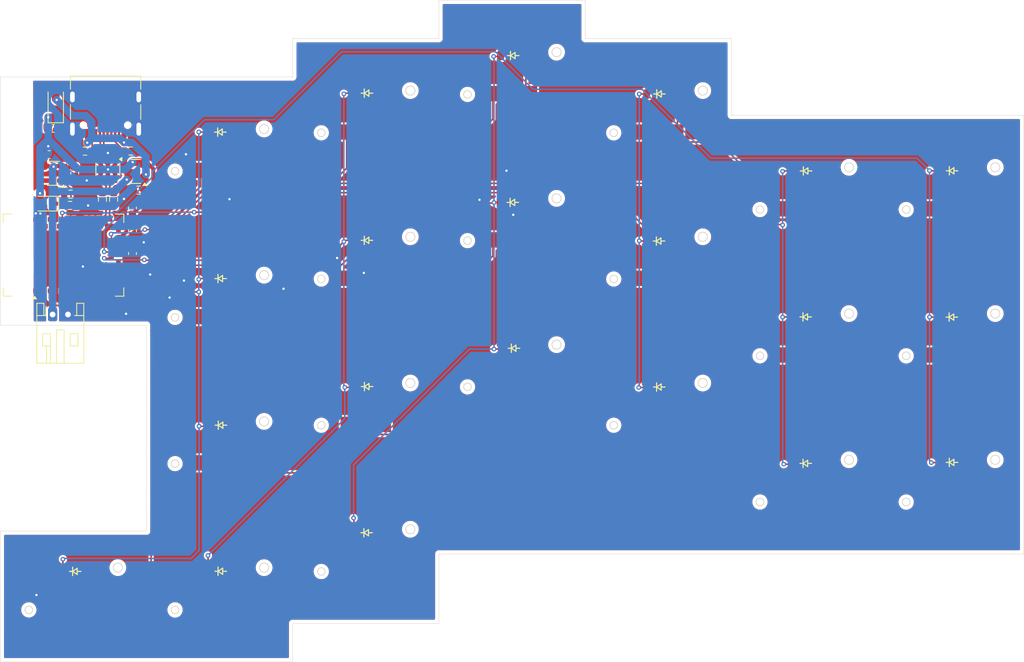
<source format=kicad_pcb>
(kicad_pcb (version 20241229) (generator "pcbnew") (generator_version "9.0")
  (layers (0 "F.Cu" signal) (2 "B.Cu" signal) (13 "F.Paste" user) (15 "B.Paste" user) (5 "F.SilkS" user "F.Silkscreen") (7 "B.SilkS" user "B.Silkscreen") (1 "F.Mask" user) (3 "B.Mask" user) (25 "Edge.Cuts" user))
  (net 0 "")
  (net 1 "VBAT")
  (net 2 "GND")
  (net 3 "Net-(U1-VDD)")
  (net 4 "+5V")
  (net 5 "Net-(D1-A)")
  (net 6 "COL0")
  (net 7 "COL1")
  (net 8 "Net-(D2-A)")
  (net 9 "COL2")
  (net 10 "Net-(D3-A)")
  (net 11 "Net-(D4-A)")
  (net 12 "COL3")
  (net 13 "Net-(D5-A)")
  (net 14 "COL4")
  (net 15 "COL5")
  (net 16 "Net-(D6-A)")
  (net 17 "Net-(D7-A)")
  (net 18 "Net-(D8-A)")
  (net 19 "Net-(D9-A)")
  (net 20 "Net-(D10-A)")
  (net 21 "Net-(D11-A)")
  (net 22 "Net-(D12-A)")
  (net 23 "Net-(D13-A)")
  (net 24 "Net-(D14-A)")
  (net 25 "Net-(D15-A)")
  (net 26 "Net-(D16-A)")
  (net 27 "Net-(D17-A)")
  (net 28 "Net-(D18-A)")
  (net 29 "Net-(D25-A)")
  (net 30 "Net-(D26-A)")
  (net 31 "Net-(D27-A)")
  (net 32 "VUSB")
  (net 33 "Net-(D29-K)")
  (net 35 "USBDN")
  (net 36 "Net-(J1-CC2)")
  (net 37 "Net-(J1-CC1)")
  (net 38 "USBDP")
  (net 40 "FN")
  (net 41 "FP")
  (net 42 "Net-(U2-PROG)")
  (net 43 "Net-(U2-STAT)")
  (net 48 "ROW0")
  (net 65 "ROW2")
  (net 71 "ROW1")
  (net 73 "ROW4")
  (footprint "Resistor_SMD:R_0603_1608Metric" (layer "F.Cu") (at 136.36 77.7)
    (property "Reference" "R11" (hide yes))
    (property "Value" "2k" (hide yes))
  )
  (footprint "PG1316S:CPG1316S01D02_kailhspecsheet_mikefive" (layer "F.Cu") (at 174.83 66.95)
    (property "Reference" "SW5" (hide yes))
    (property "Value" "SW_Push_3pin_GND" (hide yes))
    (fp_circle (center -5.8 2.75) (end -5.3 2.75) (stroke (width 0.1)) (fill no) (layer "Edge.Cuts"))
    (fp_circle (center 5.8 -2.75) (end 6.4 -2.75) (stroke (width 0.1)) (fill no) (layer "Edge.Cuts"))
  )
  (footprint "ScottoKeebs_Components:Diode_SOD-123" (layer "F.Cu") (at 175 102.76)
    (property "Reference" "D17" (hide yes))
    (property "Value" "D")
  )
  (footprint "LED_SMD:LED_0805_2012Metric" (layer "F.Cu") (at 133.13 78.93 180)
    (property "Reference" "D29" (hide yes))
    (property "Value" "Orange" (hide yes))
  )
  (footprint "Package_TO_SOT_SMD:SOT-23" (layer "F.Cu") (at 144.86 74.7325 180)
    (property "Reference" "Q1" (hide yes))
    (property "Value" "AO3401A" (hide yes))
  )
  (footprint "PG1316S:CPG1316S01D02_kailhspecsheet_mikefive" (layer "F.Cu") (at 155.78 91)
    (property "Reference" "SW12" (hide yes))
    (property "Value" "SW_Push_3pin_GND" (hide yes))
    (fp_circle (center -5.8 2.75) (end -5.3 2.75) (stroke (width 0.1)) (fill no) (layer "Edge.Cuts"))
    (fp_circle (center 5.8 -2.75) (end 6.4 -2.75) (stroke (width 0.1)) (fill no) (layer "Edge.Cuts"))
  )
  (footprint "Connector_USB:USB_C_Receptacle_G-Switch_GT-USB-7010ASV" (layer "F.Cu") (at 140.93 66.1 180)
    (property "Reference" "J1" (hide yes))
    (property "Value" "USB_C_Receptacle_USB2.0_16P" (hide yes))
  )
  (footprint "PG1316S:CPG1316S01D02_kailhspecsheet_mikefive" (layer "F.Cu") (at 231.98 96)
    (property "Reference" "SW8" (hide yes))
    (property "Value" "SW_Push_3pin_GND" (hide yes))
    (fp_circle (center -5.8 2.75) (end -5.3 2.75) (stroke (width 0.1)) (fill no) (layer "Edge.Cuts"))
    (fp_circle (center 5.8 -2.75) (end 6.4 -2.75) (stroke (width 0.1)) (fill no) (layer "Edge.Cuts"))
  )
  (footprint "ScottoKeebs_Components:Diode_SOD-123" (layer "F.Cu") (at 194.03 59.64)
    (property "Reference" "D4" (hide yes))
    (property "Value" "D")
  )
  (footprint "PG1316S:CPG1316S01D02_kailhspecsheet_mikefive" (layer "F.Cu") (at 212.93 105.05)
    (property "Reference" "SW15" (hide yes))
    (property "Value" "SW_Push_3pin_GND" (hide yes))
    (fp_circle (center -5.8 2.75) (end -5.3 2.75) (stroke (width 0.1)) (fill no) (layer "Edge.Cuts"))
    (fp_circle (center 5.8 -2.75) (end 6.4 -2.75) (stroke (width 0.1)) (fill no) (layer "Edge.Cuts"))
  )
  (footprint "ScottoKeebs_Components:Diode_SOD-123" (layer "F.Cu") (at 174.98 83.71)
    (property "Reference" "D11" (hide yes))
    (property "Value" "D")
  )
  (footprint "Resistor_SMD:R_0603_1608Metric" (layer "F.Cu") (at 145.25 77.17 180)
    (property "Reference" "R7" (hide yes))
    (property "Value" "10k" (hide yes))
  )
  (footprint "ScottoKeebs_Components:Diode_SOD-123" (layer "F.Cu") (at 174.98 64.54)
    (property "Reference" "D5" (hide yes))
    (property "Value" "D")
  )
  (footprint "PG1316S:CPG1316S01D02_kailhspecsheet_mikefive" (layer "F.Cu") (at 193.88 61.95)
    (property "Reference" "SW4" (hide yes))
    (property "Value" "SW_Push_3pin_GND" (hide yes))
    (fp_circle (center -5.8 2.75) (end -5.3 2.75) (stroke (width 0.1)) (fill no) (layer "Edge.Cuts"))
    (fp_circle (center 5.8 -2.75) (end 6.4 -2.75) (stroke (width 0.1)) (fill no) (layer "Edge.Cuts"))
  )
  (footprint "ScottoKeebs_Components:Diode_SOD-123" (layer "F.Cu") (at 194.14 97.77)
    (property "Reference" "D16" (hide yes))
    (property "Value" "D")
  )
  (footprint "ScottoKeebs_Components:Diode_SOD-123" (layer "F.Cu") (at 251.2 74.65)
    (property "Reference" "D1" (hide yes))
    (property "Value" "D")
  )
  (footprint "Package_TO_SOT_SMD:SOT-23-6" (layer "F.Cu") (at 141.2225 74.44 -90)
    (property "Reference" "U4" (hide yes))
    (property "Value" "USBLC6-2SC6" (hide yes))
  )
  (footprint "ScottoKeebs_Components:Diode_SOD-123" (layer "F.Cu") (at 155.93 126.82)
    (property "Reference" "D26" (hide yes))
    (property "Value" "D")
  )
  (footprint "PG1316S:CPG1316S01D02_kailhspecsheet_mikefive" (layer "F.Cu") (at 155.78 110.05)
    (property "Reference" "SW18" (hide yes))
    (property "Value" "SW_Push_3pin_GND" (hide yes))
    (fp_circle (center -5.8 2.75) (end -5.3 2.75) (stroke (width 0.1)) (fill no) (layer "Edge.Cuts"))
    (fp_circle (center 5.8 -2.75) (end 6.4 -2.75) (stroke (width 0.1)) (fill no) (layer "Edge.Cuts"))
  )
  (footprint "ScottoKeebs_Components:Diode_SOD-123" (layer "F.Cu") (at 155.96 107.79)
    (property "Reference" "D18" (hide yes))
    (property "Value" "D")
  )
  (footprint "Resistor_SMD:R_0603_1608Metric" (layer "F.Cu") (at 136.3 79.16 180)
    (property "Reference" "R12" (hide yes))
    (property "Value" "0.47k" (hide yes))
  )
  (footprint "Connector_JST:JST_PH_S2B-PH-K_1x02_P2.00mm_Horizontal" (layer "F.Cu") (at 134.03 93.37)
    (property "Reference" "BT1" (hide yes))
    (property "Value" "Battery")
  )
  (footprint "Resistor_SMD:R_0603_1608Metric" (layer "F.Cu") (at 138.25 72.09)
    (property "Reference" "R4" (hide yes))
    (property "Value" "5k1" (hide yes))
  )
  (footprint "PG1316S:CPG1316S01D02_kailhspecsheet_mikefive" (layer "F.Cu") (at 212.93 66.95)
    (property "Reference" "SW3" (hide yes))
    (property "Value" "SW_Push_3pin_GND" (hide yes))
    (fp_circle (center -5.8 2.75) (end -5.3 2.75) (stroke (width 0.1)) (fill no) (layer "Edge.Cuts"))
    (fp_circle (center 5.8 -2.75) (end 6.4 -2.75) (stroke (width 0.1)) (fill no) (layer "Edge.Cuts"))
  )
  (footprint "Package_TO_SOT_SMD:SOT-23-5" (layer "F.Cu") (at 134.1325 74.98 180)
    (property "Reference" "U2" (hide yes))
    (property "Value" "MCP73831-2-OT" (hide yes))
  )
  (footprint "Resistor_SMD:R_0603_1608Metric" (layer "F.Cu") (at 140.52 78.395 -90)
    (property "Reference" "R2" (hide yes))
    (property "Value" "27" (hide yes))
  )
  (footprint "RF_Module:Raytac_MDBT50Q" (layer "F.Cu") (at 135.45 85.6375 90)
    (property "Reference" "U1" (hide yes))
    (property "Value" "MDBT50Q-1MV2" (hide yes))
  )
  (footprint "ScottoKeebs_Components:Diode_SOD-123" (layer "F.Cu") (at 213.08 64.64)
    (property "Reference" "D3" (hide yes))
    (property "Value" "D")
  )
  (footprint "PG1316S:CPG1316S01D02_kailhspecsheet_mikefive" (layer "F.Cu") (at 155.78 129.1)
    (property "Reference" "SW26" (hide yes))
    (property "Value" "SW_Push_3pin_GND" (hide yes))
    (fp_circle (center -5.8 2.75) (end -5.3 2.75) (stroke (width 0.1)) (fill no) (layer "Edge.Cuts"))
    (fp_circle (center 5.8 -2.75) (end 6.4 -2.75) (stroke (width 0.1)) (fill no) (layer "Edge.Cuts"))
  )
  (footprint "ScottoKeebs_Components:Diode_SOD-123" (layer "F.Cu") (at 155.92 88.69)
    (property "Reference" "D12" (hide yes))
    (property "Value" "D")
  )
  (footprint "Capacitor_SMD:C_0603_1608Metric" (layer "F.Cu") (at 144.44 82.46 -90)
    (property "Reference" "C4" (hide yes))
    (property "Value" "10uF" (hide yes))
  )
  (footprint "ScottoKeebs_Components:Diode_SOD-123" (layer "F.Cu") (at 232.14 112.77)
    (property "Reference" "D14" (hide yes))
    (property "Value" "D")
  )
  (footprint "PG1316S:CPG1316S01D02_kailhspecsheet_mikefive" (layer "F.Cu") (at 174.83 86)
    (property "Reference" "SW11" (hide yes))
    (property "Value" "SW_Push_3pin_GND" (hide yes))
    (fp_circle (center -5.8 2.75) (end -5.3 2.75) (stroke (width 0.1)) (fill no) (layer "Edge.Cuts"))
    (fp_circle (center 5.8 -2.75) (end 6.4 -2.75) (stroke (width 0.1)) (fill no) (layer "Edge.Cuts"))
  )
  (footprint "Capacitor_SMD:C_0603_1608Metric" (layer "F.Cu") (at 133.59 72.54)
    (property "Reference" "C22" (hide yes))
    (property "Value" "4.7uF" (hide yes))
  )
  (footprint "PG1316S:CPG1316S01D02_kailhspecsheet_mikefive" (layer "F.Cu") (at 251.03 115.05)
    (property "Reference" "SW13" (hide yes))
    (property "Value" "SW_Push_3pin_GND" (hide yes))
    (fp_circle (center -5.8 2.75) (end -5.3 2.75) (stroke (width 0.1)) (fill no) (layer "Edge.Cuts"))
    (fp_circle (center 5.8 -2.75) (end 6.4 -2.75) (stroke (width 0.1)) (fill no) (layer "Edge.Cuts"))
  )
  (footprint "PG1316S:CPG1316S01D02_kailhspecsheet_mikefive" (layer "F.Cu") (at 155.78 71.95)
    (property "Reference" "SW6" (hide yes))
    (property "Value" "SW_Push_3pin_GND" (hide yes))
    (fp_circle (center -5.8 2.75) (end -5.3 2.75) (stroke (width 0.1)) (fill no) (layer "Edge.Cuts"))
    (fp_circle (center 5.8 -2.75) (end 6.4 -2.75) (stroke (width 0.1)) (fill no) (layer "Edge.Cuts"))
  )
  (footprint "PG1316S:CPG1316S01D02_kailhspecsheet_mikefive" (layer "F.Cu") (at 251.03 96)
    (property "Reference" "SW7" (hide yes))
    (property "Value" "SW_Push_3pin_GND" (hide yes))
    (fp_circle (center -5.8 2.75) (end -5.3 2.75) (stroke (width 0.1)) (fill no) (layer "Edge.Cuts"))
    (fp_circle (center 5.8 -2.75) (end 6.4 -2.75) (stroke (width 0.1)) (fill no) (layer "Edge.Cuts"))
  )
  (footprint "PG1316S:CPG1316S01D02_kailhspecsheet_mikefive" (layer "F.Cu") (at 193.88 81)
    (property "Reference" "SW10" (hide yes))
    (property "Value" "SW_Push_3pin_GND" (hide yes))
    (fp_circle (center -5.8 2.75) (end -5.3 2.75) (stroke (width 0.1)) (fill no) (layer "Edge.Cuts"))
    (fp_circle (center 5.8 -2.75) (end 6.4 -2.75) (stroke (width 0.1)) (fill no) (layer "Edge.Cuts"))
  )
  (footprint "ScottoKeebs_Components:Diode_SOD-123" (layer "F.Cu") (at 251.17 93.71)
    (property "Reference" "D7" (hide yes))
    (property "Value" "D")
  )
  (footprint "ScottoKeebs_Components:Diode_SOD-123" (layer "F.Cu") (at 193.98 78.77)
    (property "Reference" "D10" (hide yes))
    (property "Value" "D")
  )
  (footprint "PG1316S:CPG1316S01D02_kailhspecsheet_mikefive" (layer "F.Cu") (at 251.03 76.95)
    (property "Reference" "SW1" (hide yes))
    (property "Value" "SW_Push_3pin_GND" (hide yes))
    (fp_circle (center -5.8 2.75) (end -5.3 2.75) (stroke (width 0.1)) (fill no) (layer "Edge.Cuts"))
    (fp_circle (center 5.8 -2.75) (end 6.4 -2.75) (stroke (width 0.1)) (fill no) (layer "Edge.Cuts"))
  )
  (footprint "Capacitor_SMD:C_0603_1608Metric" (layer "F.Cu") (at 134.11 69.12)
    (property "Reference" "C11" (hide yes))
    (property "Value" "10uF" (hide yes))
  )
  (footprint "PG1316S:CPG1316S01D02_kailhspecsheet_mikefive" (layer "F.Cu") (at 174.83 105.05)
    (property "Reference" "SW17" (hide yes))
    (property "Value" "SW_Push_3pin_GND" (hide yes))
    (fp_circle (center -5.8 2.75) (end -5.3 2.75) (stroke (width 0.1)) (fill no) (layer "Edge.Cuts"))
    (fp_circle (center 5.8 -2.75) (end 6.4 -2.75) (stroke (width 0.1)) (fill no) (layer "Edge.Cuts"))
  )
  (footprint "Capacitor_SMD:C_0603_1608Metric" (layer "F.Cu") (at 144.43 85.43 -90)
    (property "Reference" "C2" (hide yes))
    (property "Value" "10uF" (hide yes))
  )
  (footprint "Diode_SMD:D_SOD-123" (layer "F.Cu") (at 134.44 66.03 90)
    (property "Reference" "D28" (hide yes))
    (property "Value" "MBR0540" (hide yes))
  )
  (footprint "ScottoKeebs_Components:Diode_SOD-123" (layer "F.Cu") (at 251.19 112.64)
    (property "Reference" "D13" (hide yes))
    (property "Value" "D")
  )
  (footprint "Capacitor_SMD:C_0603_1608Metric" (layer "F.Cu") (at 144.43 79.5 90)
    (property "Reference" "C3" (hide yes))
    (property "Value" "10uF" (hide yes))
  )
  (footprint "ScottoKeebs_Components:Diode_SOD-123" (layer "F.Cu") (at 232.18 74.67)
    (property "Reference" "D2" (hide yes))
    (property "Value" "D")
  )
  (footprint "ScottoKeebs_Components:Diode_SOD-123" (layer "F.Cu") (at 213.03 83.8)
    (property "Reference" "D9" (hide yes))
    (property "Value" "D")
  )
  (footprint "PG1316S:CPG1316S01D02_kailhspecsheet_mikefive" (layer "F.Cu") (at 231.98 115.05)
    (property "Reference" "SW14" (hide yes))
    (property "Value" "SW_Push_3pin_GND" (hide yes))
    (fp_circle (center -5.8 2.75) (end -5.3 2.75) (stroke (width 0.1)) (fill no) (layer "Edge.Cuts"))
    (fp_circle (center 5.8 -2.75) (end 6.4 -2.75) (stroke (width 0.1)) (fill no) (layer "Edge.Cuts"))
  )
  (footprint "ScottoKeebs_Components:Diode_SOD-123" (layer "F.Cu") (at 174.93 121.8)
    (property "Reference" "D25" (hide yes))
    (property "Value" "D")
  )
  (footprint "PG1316S:CPG1316S01D02_kailhspecsheet_mikefive" (layer "F.Cu") (at 212.93 86)
    (property "Reference" "SW9" (hide yes))
    (property "Value" "SW_Push_3pin_GND" (hide yes))
    (fp_circle (center -5.8 2.75) (end -5.3 2.75) (stroke (width 0.1)) (fill no) (layer "Edge.Cuts"))
    (fp_circle (center 5.8 -2.75) (end 6.4 -2.75) (stroke (width 0.1)) (fill no) (layer "Edge.Cuts"))
  )
  (footprint "PG1316S:CPG1316S01D02_kailhspecsheet_mikefive" (layer "F.Cu") (at 193.88 100.05)
    (property "Reference" "SW16" (hide yes))
    (property "Value" "SW_Push_3pin_GND" (hide yes))
    (fp_circle (center -5.8 2.75) (end -5.3 2.75) (stroke (width 0.1)) (fill no) (layer "Edge.Cuts"))
    (fp_circle (center 5.8 -2.75) (end 6.4 -2.75) (stroke (width 0.1)) (fill no) (layer "Edge.Cuts"))
  )
  (footprint "Resistor_SMD:R_0603_1608Metric" (layer "F.Cu") (at 144.2 72.07 180)
    (property "Reference" "R3" (hide yes))
    (property "Value" "5k1" (hide yes))
  )
  (footprint "PG1316S:CPG1316S01D02_kailhspecsheet_mikefive" (layer "F.Cu") (at 174.83 124.1)
    (property "Reference" "SW25" (hide yes))
    (property "Value" "SW_Push_3pin_GND" (hide yes))
    (fp_circle (center -5.8 2.75) (end -5.3 2.75) (stroke (width 0.1)) (fill no) (layer "Edge.Cuts"))
    (fp_circle (center 5.8 -2.75) (end 6.4 -2.75) (stroke (width 0.1)) (fill no) (layer "Edge.Cuts"))
  )
  (footprint "ScottoKeebs_Components:Diode_SOD-123" (layer "F.Cu") (at 213.06 102.82)
    (property "Reference" "D15" (hide yes))
    (property "Value" "D")
  )
  (footprint "PG1316S:CPG1316S01D02_kailhspecsheet_mikefive" (layer "F.Cu") (at 136.73 129.1)
    (property "Reference" "SW27" (hide yes))
    (property "Value" "SW_Push_3pin_GND" (hide yes))
    (fp_circle (center -5.8 2.75) (end -5.3 2.75) (stroke (width 0.1)) (fill no) (layer "Edge.Cuts"))
    (fp_circle (center 5.8 -2.75) (end 6.4 -2.75) (stroke (width 0.1)) (fill no) (layer "Edge.Cuts"))
  )
  (footprint "PG1316S:CPG1316S01D02_kailhspecsheet_mikefive" (layer "F.Cu") (at 231.98 76.95)
    (property "Reference" "SW2" (hide yes))
    (property "Value" "SW_Push_3pin_GND" (hide yes))
    (fp_circle (center -5.8 2.75) (end -5.3 2.75) (stroke (width 0.1)) (fill no) (layer "Edge.Cuts"))
    (fp_circle (center 5.8 -2.75) (end 6.4 -2.75) (stroke (width 0.1)) (fill no) (layer "Edge.Cuts"))
  )
  (footprint "Capacitor_SMD:C_0603_1608Metric" (layer "F.Cu") (at 136.91 74.96 -90)
    (property "Reference" "C1" (hide yes))
    (property "Value" "4.7uF" (hide yes))
  )
  (footprint "ScottoKeebs_Components:Diode_SOD-123" (layer "F.Cu") (at 232.13 93.69)
    (property "Reference" "D8" (hide yes))
    (property "Value" "D")
  )
  (footprint "ScottoKeebs_Components:Diode_SOD-123" (layer "F.Cu") (at 136.98 126.84)
    (property "Reference" "D27" (hide yes))
    (property "Value" "D")
  )
  (footprint "Resistor_SMD:R_0603_1608Metric" (layer "F.Cu") (at 141.98 78.39 -90)
    (property "Reference" "R1" (hide yes))
    (property "Value" "27" (hide yes))
  )
  (footprint "ScottoKeebs_Components:Diode_SOD-123" (layer "F.Cu") (at 155.88 69.61)
    (property "Reference" "D6" (hide yes))
    (property "Value" "D")
  )
  (gr_line (start 127.205 138.625) (end 165.305 138.625) (stroke (width 0.05)) (layer "Edge.Cuts"))
  (gr_line (start 260.555 124.575) (end 260.555 67.425) (stroke (width 0.05)) (layer "Edge.Cuts"))
  (gr_line (start 165.305 133.625) (end 184.355 133.625) (stroke (width 0.05)) (layer "Edge.Cuts"))
  (gr_line (start 184.355 52.425) (end 184.355 57.425) (stroke (width 0.05)) (layer "Edge.Cuts"))
  (gr_line (start 184.355 124.575) (end 184.355 133.625) (stroke (width 0.05)) (layer "Edge.Cuts"))
  (gr_line (start 165.305 57.425) (end 165.305 62.425) (stroke (width 0.05)) (layer "Edge.Cuts"))
  (gr_line (start 146.255 94.7625) (end 146.26 121.58) (stroke (width 0.05)) (layer "Edge.Cuts"))
  (gr_line (start 127.205 94.7625) (end 146.255 94.7625) (stroke (width 0.05)) (layer "Edge.Cuts"))
  (gr_line (start 260.555 67.425) (end 222.455 67.425) (stroke (width 0.05)) (layer "Edge.Cuts"))
  (gr_line (start 165.305 62.425) (end 127.205 62.425) (stroke (width 0.05)) (layer "Edge.Cuts"))
  (gr_line (start 222.455 57.425) (end 203.405 57.425) (stroke (width 0.05)) (layer "Edge.Cuts"))
  (gr_line (start 127.205 138.625) (end 127.21 121.58) (stroke (width 0.05)) (layer "Edge.Cuts"))
  (gr_line (start 203.405 57.425) (end 203.405 52.425) (stroke (width 0.05)) (layer "Edge.Cuts"))
  (gr_line (start 222.455 67.425) (end 222.455 57.425) (stroke (width 0.05)) (layer "Edge.Cuts"))
  (gr_line (start 203.405 52.425) (end 184.355 52.425) (stroke (width 0.05)) (layer "Edge.Cuts"))
  (gr_line (start 165.305 138.625) (end 165.305 133.625) (stroke (width 0.05)) (layer "Edge.Cuts"))
  (gr_line (start 184.355 57.425) (end 165.305 57.425) (stroke (width 0.05)) (layer "Edge.Cuts"))
  (gr_line (start 127.205 62.425) (end 127.205 94.7625) (stroke (width 0.05)) (layer "Edge.Cuts"))
  (gr_line (start 127.21 121.58) (end 146.26 121.58) (stroke (width 0.05)) (layer "Edge.Cuts"))
  (gr_line (start 260.555 124.575) (end 184.355 124.575) (stroke (width 0.05)) (layer "Edge.Cuts"))
  (segment (start 135.27 74.03) (end 134.242473 74.03) (width 0.5) (layer "F.Cu") (net 1))
  (segment (start 143.8825 74.74) (end 143.8825 75.5975) (width 1) (layer "F.Cu") (net 1))
  (segment (start 136.91 74.185) (end 135.425 74.185) (width 0.5) (layer "F.Cu") (net 1))
  (segment (start 135.425 74.185) (end 135.27 74.03) (width 0.5) (layer "F.Cu") (net 1))
  (segment (start 134.242473 74.03) (end 134.1575 74.114973) (width 0.5) (layer "F.Cu") (net 1))
  (segment (start 143.8825 75.5975) (end 143.68 75.8) (width 1) (layer "F.Cu") (net 1))
  (via (at 134.1575 74.114973) (size 0.6) (drill 0.3) (layers "F.Cu" "B.Cu") (net 1))
  (via (at 143.68 75.8) (size 0.6) (drill 0.3) (layers "F.Cu" "B.Cu") (net 1))
  (segment (start 143.68 75.8) (end 142.15 77.33) (width 1) (layer "B.Cu") (net 1))
  (segment (start 134.03 74.242473) (end 134.1575 74.114973) (width 1) (layer "B.Cu") (net 1))
  (segment (start 142.15 77.33) (end 134.03 77.33) (width 1) (layer "B.Cu") (net 1))
  (segment (start 134.03 93.37) (end 134.03 77.33) (width 1) (layer "B.Cu") (net 1))
  (segment (start 134.03 77.33) (end 134.03 74.242473) (width 1) (layer "B.Cu") (net 1))
  (segment (start 141.2225 72.3375) (end 141.23 72.33) (width 0.5) (layer "F.Cu") (net 2))
  (segment (start 141.2225 73.3025) (end 141.2225 72.3375) (width 0.5) (layer "F.Cu") (net 2))
  (segment (start 136.155 74.98) (end 136.91 75.735) (width 0.5) (layer "F.Cu") (net 2))
  (segment (start 135.27 74.98) (end 136.155 74.98) (width 0.5) (layer "F.Cu") (net 2))
  (via (at 171.09 86.01) (size 0.6) (drill 0.3) (layers "F.Cu" "B.Cu") (net 2))
  (via (at 138.47 75.91) (size 0.6) (drill 0.3) (layers "F.Cu" "B.Cu") (net 2))
  (via (at 164.11 90.02) (size 0.6) (drill 0.3) (layers "F.Cu" "B.Cu") (net 2))
  (via (at 194.04 80.38) (size 0.6) (drill 0.3) (layers "F.Cu" "B.Cu") (net 2))
  (via (at 193.16 74.64) (size 0.6) (drill 0.3) (layers "F.Cu" "B.Cu") (net 2))
  (via (at 132.44 80.21) (size 0.6) (drill 0.3) (layers "F.Cu" "B.Cu") (net 2))
  (via (at 143.32 78.31) (size 0.6) (drill 0.3) (layers "F.Cu" "B.Cu") (net 2))
  (via (at 189.64 78.43) (size 0.6) (drill 0.3) (layers "F.Cu" "B.Cu") (net 2))
  (via (at 157.07 78.35) (size 0.6) (drill 0.3) (layers "F.Cu" "B.Cu") (net 2))
  (via (at 131.84 80.2) (size 0.6) (drill 0.3) (layers "F.Cu" "B.Cu") (net 2))
  (via (at 146.74 88.16) (size 0.6) (drill 0.3) (layers "F.Cu" "B.Cu") (net 2))
  (via (at 145.9 83.97) (size 0.6) (drill 0.3) (layers "F.Cu" "B.Cu") (net 2))
  (via (at 174.57 87.95) (size 0.6) (drill 0.3) (layers "F.Cu" "B.Cu") (net 2))
  (via (at 149.27 91.17) (size 0.6) (drill 0.3) (layers "F.Cu" "B.Cu") (net 2))
  (via (at 137.97 87.12) (size 0.6) (drill 0.3) (layers "F.Cu" "B.Cu") (net 2))
  (via (at 141.23 72.33) (size 0.6) (drill 0.3) (layers "F.Cu" "B.Cu") (net 2))
  (via (at 151.4 72.5) (size 0.6) (drill 0.3) (layers "F.Cu" "B.Cu") (net 2))
  (via (at 151.14 88.95) (size 0.6) (drill 0.3) (layers "F.Cu" "B.Cu") (net 2))
  (via (at 138.65 79.17) (size 0.6) (drill 0.3) (layers "F.Cu" "B.Cu") (net 2))
  (via (at 143.6 93.28) (size 0.6) (drill 0.3) (layers "F.Cu" "B.Cu") (net 2))
  (via (at 131.92 129.91) (size 0.6) (drill 0.3) (layers "F.Cu" "B.Cu") (net 2))
  (segment (start 143.8125 84.0375) (end 144.43 84.655) (width 0.5) (layer "F.Cu") (net 3))
  (segment (start 142.6 84.0375) (end 143.8125 84.0375) (width 0.5) (layer "F.Cu") (net 3))
  (segment (start 141.2225 74.4875) (end 141.24 74.47) (width 0.5) (layer "F.Cu") (net 4))
  (segment (start 146.534999 73.7825) (end 145.7975 73.7825) (width 0.5) (layer "F.Cu") (net 4))
  (segment (start 144.46 73.52) (end 145.4875 73.52) (width 1) (layer "F.Cu") (net 4))
  (segment (start 142.6 83.2375) (end 142.985258 83.2375) (width 0.5) (layer "F.Cu") (net 4))
  (segment (start 142.6 81.6375) (end 144.3675 81.6375) (width 0.5) (layer "F.Cu") (net 4))
  (segment (start 132.39 77.58) (end 132.39 78.8025) (width 1) (layer "F.Cu") (net 4))
  (segment (start 132.82 73.855) (end 132.82 72.444204) (width 1) (layer "F.Cu") (net 4))
  (segment (start 132.39 78.8025) (end 132.2625 78.93) (width 1) (layer "F.Cu") (net 4))
  (segment (start 144.43 80.275) (end 147.141 77.564) (width 0.5) (layer "F.Cu") (net 4))
  (segment (start 144.42 81.802758) (end 144.42 81.69) (width 0.5) (layer "F.Cu") (net 4))
  (segment (start 142.985258 83.2375) (end 144.42 81.802758) (width 0.5) (layer "F.Cu") (net 4))
  (segment (start 134.44 67.68) (end 133.46 67.68) (width 1) (layer "F.Cu") (net 4))
  (segment (start 144.3675 81.6375) (end 144.42 81.69) (width 0.5) (layer "F.Cu") (net 4))
  (segment (start 145.4875 73.52) (end 145.7575 73.79) (width 1) (layer "F.Cu") (net 4))
  (segment (start 132.815 72.095) (end 133.46 71.45) (width 0.5) (layer "F.Cu") (net 4))
  (segment (start 132.815 72.54) (end 132.815 72.095) (width 0.5) (layer "F.Cu") (net 4))
  (segment (start 141.2225 75.5775) (end 141.2225 74.4875) (width 0.5) (layer "F.Cu") (net 4))
  (segment (start 144.43 81.68) (end 144.42 81.69) (width 0.5) (layer "F.Cu") (net 4))
  (segment (start 134.44 67.68) (end 133.335 68.785) (width 1) (layer "F.Cu") (net 4))
  (segment (start 144.43 80.275) (end 144.43 81.68) (width 0.5) (layer "F.Cu") (net 4))
  (segment (start 147.141 77.564) (end 147.141 74.388501) (width 0.5) (layer "F.Cu") (net 4))
  (segment (start 147.141 74.388501) (end 146.534999 73.7825) (width 0.5) (layer "F.Cu") (net 4))
  (segment (start 133.335 68.785) (end 133.335 69.1) (width 1) (layer "F.Cu") (net 4))
  (segment (start 132.82 73.855) (end 132.995 74.03) (width 1) (layer "F.Cu") (net 4))
  (via (at 141.24 74.47) (size 0.6) (drill 0.3) (layers "F.Cu" "B.Cu") (net 4))
  (via (at 133.46 71.45) (size 0.6) (drill 0.3) (layers "F.Cu" "B.Cu") (net 4))
  (via (at 144.46 73.52) (size 0.6) (drill 0.3) (layers "F.Cu" "B.Cu") (net 4))
  (via (at 133.46 67.68) (size 0.6) (drill 0.3) (layers "F.Cu" "B.Cu") (net 4))
  (via (at 132.39 77.58) (size 0.6) (drill 0.3) (layers "F.Cu" "B.Cu") (net 4))
  (segment (start 139.91 74.47) (end 141.24 74.47) (width 1) (layer "B.Cu") (net 4))
  (segment (start 133.46 71.45) (end 133.46 72.42) (width 1) (layer "B.Cu") (net 4))
  (segment (start 132.39 77.58) (end 132.39 71.64) (width 1) (layer "B.Cu") (net 4))
  (segment (start 133.46 67.68) (end 133.46 70.57) (width 1) (layer "B.Cu") (net 4))
  (segment (start 139.91 74.47) (end 143.51 74.47) (width 1) (layer "B.Cu") (net 4))
  (segment (start 133.46 70.57) (end 137.36 74.47) (width 1) (layer "B.Cu") (net 4))
  (segment (start 132.39 71.64) (end 133.46 70.57) (width 1) (layer "B.Cu") (net 4))
  (segment (start 133.46 72.42) (end 132.82 73.06) (width 1) (layer "B.Cu") (net 4))
  (segment (start 143.51 74.47) (end 144.46 73.52) (width 1) (layer "B.Cu") (net 4))
  (segment (start 133.46 70.57) (end 133.46 71.45) (width 1) (layer "B.Cu") (net 4))
  (segment (start 137.36 74.47) (end 139.91 74.47) (width 1) (layer "B.Cu") (net 4))
  (segment (start 252.85 78.92) (end 253.53 79.6) (width 0.2) (layer "F.Cu") (net 5))
  (segment (start 252.85 74.65) (end 252.85 78.92) (width 0.2) (layer "F.Cu") (net 5))
  (segment (start 249.52 93.71) (end 248.28 93.71) (width 0.2) (layer "F.Cu") (net 6))
  (segment (start 249.52 112.66) (end 249.54 112.64) (width 0.2) (layer "F.Cu") (net 6))
  (segment (start 248.29 74.65) (end 248.27 74.63) (width 0.2) (layer "F.Cu") (net 6))
  (segment (start 248.5 112.66) (end 249.52 112.66) (width 0.2) (layer "F.Cu") (net 6))
  (segment (start 135.29 80.8975) (end 135.2 80.9875) (width 0.2) (layer "F.Cu") (net 6))
  (segment (start 248.28 93.71) (end 248.27 93.7) (width 0.2) (layer "F.Cu") (net 6))
  (segment (start 135.29 80.135) (end 135.29 80.8975) (width 0.2) (layer "F.Cu") (net 6))
  (segment (start 249.55 74.65) (end 248.29 74.65) (width 0.2) (layer "F.Cu") (net 6))
  (via (at 248.27 74.63) (size 0.6) (drill 0.3) (layers "F.Cu" "B.Cu") (net 6))
  (via (at 248.5 112.66) (size 0.6) (drill 0.3) (layers "F.Cu" "B.Cu") (net 6))
  (via (at 135.29 80.135) (size 0.6) (drill 0.3) (layers "F.Cu" "B.Cu") (net 6))
  (via (at 248.27 93.7) (size 0.6) (drill 0.3) (layers "F.Cu" "B.Cu") (net 6))
  (segment (start 191.728943 59.149) (end 171.691 59.149) (width 0.2) (layer "B.Cu") (net 6))
  (segment (start 196.618943 64.039) (end 191.728943 59.149) (width 0.2) (layer "B.Cu") (net 6))
  (segment (start 142.344943 80.135) (end 135.29 80.135) (width 0.2) (layer "B.Cu") (net 6))
  (segment (start 162.841 67.999) (end 153.811057 67.999) (width 0.2) (layer "B.Cu") (net 6))
  (segment (start 146.991 75.488943) (end 142.344943 80.135) (width 0.2) (layer "B.Cu") (net 6))
  (segment (start 219.781 72.999) (end 210.821 64.039) (width 0.2) (layer "B.Cu") (net 6))
  (segment (start 246.639 72.999) (end 219.781 72.999) (width 0.2) (layer "B.Cu") (net 6))
  (segment (start 248.27 112.43) (end 248.5 112.66) (width 0.2) (layer "B.Cu") (net 6))
  (segment (start 210.821 64.039) (end 196.618943 64.039) (width 0.2) (layer "B.Cu") (net 6))
  (segment (start 248.27 74.63) (end 248.27 93.7) (width 0.2) (layer "B.Cu") (net 6))
  (segment (start 153.811057 67.999) (end 146.991 74.819057) (width 0.2) (layer "B.Cu") (net 6))
  (segment (start 248.27 93.7) (end 248.27 112.43) (width 0.2) (layer "B.Cu") (net 6))
  (segment (start 146.991 74.819057) (end 146.991 75.488943) (width 0.2) (layer "B.Cu") (net 6))
  (segment (start 248.27 74.63) (end 246.639 72.999) (width 0.2) (layer "B.Cu") (net 6))
  (segment (start 171.691 59.149) (end 162.841 67.999) (width 0.2) (layer "B.Cu") (net 6))
  (segment (start 220.488 76.29) (end 225.847 81.649) (width 0.2) (layer "F.Cu") (net 7))
  (segment (start 229.15 93.69) (end 229.13 93.71) (width 0.2) (layer "F.Cu") (net 7))
  (segment (start 170.9171 76.29) (end 186.229 76.29) (width 0.2) (layer "F.Cu") (net 7))
  (segment (start 230.53 74.67) (end 229.18 74.67) (width 0.2) (layer "F.Cu") (net 7))
  (segment (start 186.229 76.301) (end 188.831 76.301) (width 0.2) (layer "F.Cu") (net 7))
  (segment (start 188.831 76.301) (end 188.831 76.29) (width 0.2) (layer "F.Cu") (net 7))
  (segment (start 201.531 76.301) (end 201.531 76.29) (width 0.2) (layer "F.Cu") (net 7))
  (segment (start 142.6 84.8375) (end 143.3875 84.8375) (width 0.2) (layer "F.Cu") (net 7))
  (segment (start 143.956 85.406) (end 146.064 85.406) (width 0.2) (layer "F.Cu") (net 7))
  (segment (start 198.929 76.29) (end 198.929 76.301) (width 0.2) (layer "F.Cu") (net 7))
  (segment (start 230.39 112.87) (end 230.49 112.77) (width 0.2) (layer "F.Cu") (net 7))
  (segment (start 230.48 93.69) (end 229.15 93.69) (width 0.2) (layer "F.Cu") (net 7))
  (segment (start 229.28 112.87) (end 230.39 112.87) (width 0.2) (layer "F.Cu") (net 7))
  (segment (start 201.531 76.29) (end 220.488 76.29) (width 0.2) (layer "F.Cu") (net 7))
  (segment (start 146.064 85.406) (end 155.168 76.302) (width 0.2) (layer "F.Cu") (net 7))
  (segment (start 188.831 76.29) (end 198.929 76.29) (width 0.2) (layer "F.Cu") (net 7))
  (segment (start 229.069 81.649) (end 229.13 81.71) (width 0.2) (layer "F.Cu") (net 7))
  (segment (start 198.929 76.301) (end 201.531 76.301) (width 0.2) (layer "F.Cu") (net 7))
  (segment (start 170.9051 76.302) (end 170.9171 76.29) (width 0.2) (layer "F.Cu") (net 7))
  (segment (start 229.18 74.67) (end 229.13 74.72) (width 0.2) (layer "F.Cu") (net 7))
  (segment (start 225.847 81.649) (end 229.069 81.649) (width 0.2) (layer "F.Cu") (net 7))
  (segment (start 143.3875 84.8375) (end 143.956 85.406) (width 0.2) (layer "F.Cu") (net 7))
  (segment (start 186.229 76.29) (end 186.229 76.301) (width 0.2) (layer "F.Cu") (net 7))
  (segment (start 155.168 76.302) (end 170.9051 76.302) (width 0.2) (layer "F.Cu") (net 7))
  (via (at 229.13 74.72) (size 0.6) (drill 0.3) (layers "F.Cu" "B.Cu") (net 7))
  (via (at 229.13 81.71) (size 0.6) (drill 0.3) (layers "F.Cu" "B.Cu") (net 7))
  (via (at 229.28 112.87) (size 0.6) (drill 0.3) (layers "F.Cu" "B.Cu") (net 7))
  (via (at 229.13 93.71) (size 0.6) (drill 0.3) (layers "F.Cu" "B.Cu") (net 7))
  (segment (start 229.13 74.72) (end 229.13 81.71) (width 0.2) (layer "B.Cu") (net 7))
  (segment (start 229.13 112.72) (end 229.28 112.87) (width 0.2) (layer "B.Cu") (net 7))
  (segment (start 229.13 81.71) (end 229.13 93.71) (width 0.2) (layer "B.Cu") (net 7))
  (segment (start 229.13 93.71) (end 229.13 112.72) (width 0.2) (layer "B.Cu") (net 7))
  (segment (start 233.83 78.95) (end 234.48 79.6) (width 0.2) (layer "F.Cu") (net 8))
  (segment (start 233.83 74.67) (end 233.83 78.95) (width 0.2) (layer "F.Cu") (net 8))
  (segment (start 211.37 82.188) (end 211.37 82.82) (width 0.2) (layer "F.Cu") (net 9))
  (segment (start 211.35 102.88) (end 211.41 102.82) (width 0.2) (layer "F.Cu") (net 9))
  (segment (start 165.182 77.5) (end 198.731529 77.5) (width 0.2) (layer "F.Cu") (net 9))
  (segment (start 162.642 80.04) (end 165.182 77.5) (width 0.2) (layer "F.Cu") (net 9))
  (segment (start 210.38 102.88) (end 211.35 102.88) (width 0.2) (layer "F.Cu") (net 9))
  (segment (start 200.628471 77.5) (end 206.682 77.5) (width 0.2) (layer "F.Cu") (net 9))
  (segment (start 198.731529 77.5) (end 199.182529 77.049) (width 0.2) (layer "F.Cu") (net 9))
  (segment (start 199.182529 77.049) (end 200.177471 77.049) (width 0.2) (layer "F.Cu") (net 9))
  (segment (start 141.7 85.2375) (end 140.7775 85.2375) (width 0.2) (layer "F.Cu") (net 9))
  (segment (start 152.47 80.04) (end 162.642 80.04) (width 0.2) (layer "F.Cu") (net 9))
  (segment (start 210.48 83.8) (end 210.45 83.77) (width 0.2) (layer "F.Cu") (net 9))
  (segment (start 211.37 82.82) (end 211.38 82.83) (width 0.2) (layer "F.Cu") (net 9))
  (segment (start 200.177471 77.049) (end 200.628471 77.5) (width 0.2) (layer "F.Cu") (net 9))
  (segment (start 211.38 82.83) (end 211.38 83.8) (width 0.2) (layer "F.Cu") (net 9))
  (segment (start 140.7775 85.2375) (end 140.75 85.21) (width 0.2) (layer "F.Cu") (net 9))
  (segment (start 211.38 83.8) (end 210.48 83.8) (width 0.2) (layer "F.Cu") (net 9))
  (segment (start 211.43 64.64) (end 210.45 64.64) (width 0.2) (layer "F.Cu") (net 9))
  (segment (start 206.682 77.5) (end 211.37 82.188) (width 0.2) (layer "F.Cu") (net 9))
  (via (at 152.47 80.04) (size 0.6) (drill 0.3) (layers "F.Cu" "B.Cu") (net 9))
  (via (at 210.45 64.64) (size 0.6) (drill 0.3) (layers "F.Cu" "B.Cu") (net 9))
  (via (at 210.38 102.88) (size 0.6) (drill 0.3) (layers "F.Cu" "B.Cu") (net 9))
  (via (at 140.75 85.21) (size 0.6) (drill 0.3) (layers "F.Cu" "B.Cu") (net 9))
  (via (at 210.45 83.77) (size 0.6) (drill 0.3) (layers "F.Cu" "B.Cu") (net 9))
  (segment (start 210.45 83.77) (end 210.45 102.81) (width 0.2) (layer "B.Cu") (net 9))
  (segment (start 142.49 80.62) (end 143.07 80.04) (width 0.2) (layer "B.Cu") (net 9))
  (segment (start 140.75 85.21) (end 140.75 82.36) (width 0.2) (layer "B.Cu") (net 9))
  (segment (start 140.75 82.36) (end 142.49 80.62) (width 0.2) (layer "B.Cu") (net 9))
  (segment (start 210.45 102.81) (end 210.38 102.88) (width 0.2) (layer "B.Cu") (net 9))
  (segment (start 210.45 64.64) (end 210.45 83.77) (width 0.2) (layer "B.Cu") (net 9))
  (segment (start 143.07 80.04) (end 152.47 80.04) (width 0.2) (layer "B.Cu") (net 9))
  (segment (start 215.43 69.6) (end 215.43 65.34) (width 0.2) (layer "F.Cu") (net 10))
  (segment (start 215.43 65.34) (end 214.73 64.64) (width 0.2) (layer "F.Cu") (net 10))
  (segment (start 195.68 63.9) (end 196.38 64.6) (width 0.2) (layer "F.Cu") (net 11))
  (segment (start 195.68 59.64) (end 195.68 63.9) (width 0.2) (layer "F.Cu") (net 11))
  (segment (start 191.54 78.77) (end 191.53 78.78) (width 0.2) (layer "F.Cu") (net 12))
  (segment (start 190.87 78.85) (end 191.46 78.85) (width 0.2) (layer "F.Cu") (net 12))
  (segment (start 191.46 78.85) (end 191.53 78.78) (width 0.2) (layer "F.Cu") (net 12))
  (segment (start 176.529 82.049) (end 187.671 82.049) (width 0.2) (layer "F.Cu") (net 12))
  (segment (start 173.28 121.8) (end 173.28 119.93) (width 0.2) (layer "F.Cu") (net 12))
  (segment (start 187.671 82.049) (end 190.87 78.85) (width 0.2) (layer "F.Cu") (net 12))
  (segment (start 191.48 59.75) (end 192.27 59.75) (width 0.2) (layer "F.Cu") (net 12))
  (segment (start 173.28 119.93) (end 173.24 119.89) (width 0.2) (layer "F.Cu") (net 12))
  (segment (start 192.27 59.75) (end 192.38 59.64) (width 0.2) (layer "F.Cu") (net 12))
  (segment (start 143.1 87.2375) (end 143.7981 87.9356) (width 0.2) (layer "F.Cu") (net 12))
  (segment (start 143.7981 87.9356) (end 143.7981 88.7068) (width 0.2) (layer "F.Cu") (net 12))
  (segment (start 143.7981 88.7068) (end 145.1203 90.029) (width 0.2) (layer "F.Cu") (net 12))
  (segment (start 142.6 87.2375) (end 143.1 87.2375) (width 0.2) (layer "F.Cu") (net 12))
  (segment (start 191.53 97.87) (end 192.39 97.87) (width 0.2) (layer "F.Cu") (net 12))
  (segment (start 192.39 97.87) (end 192.49 97.77) (width 0.2) (layer "F.Cu") (net 12))
  (segment (start 151.28 86.956) (end 171.622 86.956) (width 0.2) (layer "F.Cu") (net 12))
  (segment (start 145.1203 90.029) (end 148.207 90.029) (width 0.2) (layer "F.Cu") (net 12))
  (segment (start 192.33 78.77) (end 191.54 78.77) (width 0.2) (layer "F.Cu") (net 12))
  (segment (start 148.207 90.029) (end 151.28 86.956) (width 0.2) (layer "F.Cu") (net 12))
  (segment (start 171.622 86.956) (end 176.529 82.049) (width 0.2) (layer "F.Cu") (net 12))
  (via (at 191.48 59.75) (size 0.6) (drill 0.3) (layers "F.Cu" "B.Cu") (net 12))
  (via (at 191.53 78.78) (size 0.6) (drill 0.3) (layers "F.Cu" "B.Cu") (net 12))
  (via (at 173.24 119.89) (size 0.6) (drill 0.3) (layers "F.Cu" "B.Cu") (net 12))
  (via (at 191.53 97.87) (size 0.6) (drill 0.3) (layers "F.Cu" "B.Cu") (net 12))
  (segment (start 173.24 119.89) (end 173.24 112.97) (width 0.2) (layer "B.Cu") (net 12))
  (segment (start 191.53 78.78) (end 191.53 59.8) (width 0.2) (layer "B.Cu") (net 12))
  (segment (start 191.53 59.8) (end 191.48 59.75) (width 0.2) (layer "B.Cu") (net 12))
  (segment (start 173.24 112.97) (end 188.34 97.87) (width 0.2) (layer "B.Cu") (net 12))
  (segment (start 191.53 97.87) (end 191.53 78.78) (width 0.2) (layer "B.Cu") (net 12))
  (segment (start 188.34 97.87) (end 191.53 97.87) (width 0.2) (layer "B.Cu") (net 12))
  (segment (start 177.33 69.6) (end 177.33 65.24) (width 0.2) (layer "F.Cu") (net 13))
  (segment (start 177.33 65.24) (end 176.63 64.54) (width 0.2) (layer "F.Cu") (net 13))
  (segment (start 172.09 102.86) (end 173.25 102.86) (width 0.2) (layer "F.Cu") (net 14))
  (segment (start 172.05 64.54) (end 171.97 64.62) (width 0.2) (layer "F.Cu") (net 14))
  (segment (start 154.28 126.82) (end 154.28 124.79) (width 0.2) (layer "F.Cu") (net 14))
  (segment (start 169.549 86.301) (end 146.021 86.301) (width 0.2) (layer "F.Cu") (net 14))
  (segment (start 173.33 64.54) (end 172.05 64.54) (width 0.2) (layer "F.Cu") (net 14))
  (segment (start 146.021 86.301) (end 145.97 86.25) (width 0.2) (layer "F.Cu") (net 14))
  (segment (start 173.33 83.71) (end 172.14 83.71) (width 0.2) (layer "F.Cu") (net 14))
  (segment (start 140.7525 86.0375) (end 140.75 86.04) (width 0.2) (layer "F.Cu") (net 14))
  (segment (start 172.14 83.71) (end 171.97 83.88) (width 0.2) (layer "F.Cu") (net 14))
  (segment (start 154.28 124.79) (end 154.26 124.77) (width 0.2) (layer "F.Cu") (net 14))
  (segment (start 171.97 83.88) (end 169.549 86.301) (width 0.2) (layer "F.Cu") (net 14))
  (segment (start 141.7 86.0375) (end 140.7525 86.0375) (width 0.2) (layer "F.Cu") (net 14))
  (segment (start 173.25 102.86) (end 173.35 102.76) (width 0.2) (layer "F.Cu") (net 14))
  (via (at 145.97 86.25) (size 0.6) (drill 0.3) (layers "F.Cu" "B.Cu") (net 14))
  (via (at 154.26 124.77) (size 0.6) (drill 0.3) (layers "F.Cu" "B.Cu") (net 14))
  (via (at 140.75 86.04) (size 0.6) (drill 0.3) (layers "F.Cu" "B.Cu") (net 14))
  (via (at 171.97 83.88) (size 0.6) (drill 0.3) (layers "F.Cu" "B.Cu") (net 14))
  (via (at 172.09 102.86) (size 0.6) (drill 0.3) (layers "F.Cu" "B.Cu") (net 14))
  (via (at 171.97 64.62) (size 0.6) (drill 0.3) (layers "F.Cu" "B.Cu") (net 14))
  (segment (start 171.97 102.74) (end 172.09 102.86) (width 0.2) (layer "B.Cu") (net 14))
  (segment (start 154.26 124.77) (end 172.09 106.94) (width 0.2) (layer "B.Cu") (net 14))
  (segment (start 172.09 106.94) (end 172.09 102.86) (width 0.2) (layer "B.Cu") (net 14))
  (segment (start 140.96 86.25) (end 140.75 86.04) (width 0.2) (layer "B.Cu") (net 14))
  (segment (start 171.97 64.62) (end 171.97 83.88) (width 0.2) (layer "B.Cu") (net 14))
  (segment (start 145.97 86.25) (end 140.96 86.25) (width 0.2) (layer "B.Cu") (net 14))
  (segment (start 171.97 83.88) (end 171.97 102.74) (width 0.2) (layer "B.Cu") (net 14))
  (segment (start 144.9542 90.43) (end 153.07 90.43) (width 0.2) (layer "F.Cu") (net 15))
  (segment (start 143.3971 88.3346) (end 143.3971 88.8729) (width 0.2) (layer "F.Cu") (net 15))
  (segment (start 135.37 125.25) (end 135.37 126.8) (width 0.2) (layer "F.Cu") (net 15))
  (segment (start 153.11 107.93) (end 154.17 107.93) (width 0.2) (layer "F.Cu") (net 15))
  (segment (start 153.09 69.61) (end 153.07 69.59) (width 0.2) (layer "F.Cu") (net 15))
  (segment (start 135.37 126.8) (end 135.33 126.84) (width 0.2) (layer "F.Cu") (net 15))
  (segment (start 154.27 88.69) (end 153.17 88.69) (width 0.2) (layer "F.Cu") (net 15))
  (segment (start 143.1 88.0375) (end 143.3971 88.3346) (width 0.2) (layer "F.Cu") (net 15))
  (segment (start 143.3971 88.8729) (end 144.9542 90.43) (width 0.2) (layer "F.Cu") (net 15))
  (segment (start 154.23 69.61) (end 153.09 69.61) (width 0.2) (layer "F.Cu") (net 15))
  (segment (start 154.17 107.93) (end 154.31 107.79) (width 0.2) (layer "F.Cu") (net 15))
  (segment (start 142.6 88.0375) (end 143.1 88.0375) (width 0.2) (layer "F.Cu") (net 15))
  (segment (start 153.17 88.69) (end 153.07 88.79) (width 0.2) (layer "F.Cu") (net 15))
  (via (at 153.07 88.79) (size 0.6) (drill 0.3) (layers "F.Cu" "B.Cu") (net 15))
  (via (at 153.11 107.93) (size 0.6) (drill 0.3) (layers "F.Cu" "B.Cu") (net 15))
  (via (at 153.07 90.43) (size 0.6) (drill 0.3) (layers "F.Cu" "B.Cu") (net 15))
  (via (at 153.07 69.59) (size 0.6) (drill 0.3) (layers "F.Cu" "B.Cu") (net 15))
  (via (at 135.37 125.25) (size 0.6) (drill 0.3) (layers "F.Cu" "B.Cu") (net 15))
  (segment (start 153.07 88.79) (end 153.07 90.43) (width 0.2) (layer "B.Cu") (net 15))
  (segment (start 152.071 125.149) (end 135.471 125.149) (width 0.2) (layer "B.Cu") (net 15))
  (segment (start 153.11 107.93) (end 153.11 124.11) (width 0.2) (layer "B.Cu") (net 15))
  (segment (start 153.11 124.11) (end 152.071 125.149) (width 0.2) (layer "B.Cu") (net 15))
  (segment (start 153.07 90.43) (end 153.07 107.89) (width 0.2) (layer "B.Cu") (net 15))
  (segment (start 153.07 107.89) (end 153.11 107.93) (width 0.2) (layer "B.Cu") (net 15))
  (segment (start 153.07 69.59) (end 153.07 88.79) (width 0.2) (layer "B.Cu") (net 15))
  (segment (start 135.471 125.149) (end 135.37 125.25) (width 0.2) (layer "B.Cu") (net 15))
  (segment (start 157.53 69.61) (end 157.53 73.85) (width 0.2) (layer "F.Cu") (net 16))
  (segment (start 157.53 73.85) (end 158.28 74.6) (width 0.2) (layer "F.Cu") (net 16))
  (segment (start 252.82 93.71) (end 252.82 97.94) (width 0.2) (layer "F.Cu") (net 17))
  (segment (start 252.82 97.94) (end 253.53 98.65) (width 0.2) (layer "F.Cu") (net 17))
  (segment (start 233.78 97.95) (end 234.48 98.65) (width 0.2) (layer "F.Cu") (net 18))
  (segment (start 233.78 93.69) (end 233.78 97.95) (width 0.2) (layer "F.Cu") (net 18))
  (segment (start 214.68 87.9) (end 215.43 88.65) (width 0.2) (layer "F.Cu") (net 19))
  (segment (start 214.68 83.8) (end 214.68 87.9) (width 0.2) (layer "F.Cu") (net 19))
  (segment (start 195.63 82.9) (end 196.38 83.65) (width 0.2) (layer "F.Cu") (net 20))
  (segment (start 195.63 78.77) (end 195.63 82.9) (width 0.2) (layer "F.Cu") (net 20))
  (segment (start 176.63 87.95) (end 177.33 88.65) (width 0.2) (layer "F.Cu") (net 21))
  (segment (start 176.63 83.71) (end 176.63 87.95) (width 0.2) (layer "F.Cu") (net 21))
  (segment (start 157.57 92.94) (end 158.28 93.65) (width 0.2) (layer "F.Cu") (net 22))
  (segment (start 157.57 88.69) (end 157.57 92.94) (width 0.2) (layer "F.Cu") (net 22))
  (segment (start 252.84 112.64) (end 252.84 117.01) (width 0.2) (layer "F.Cu") (net 23))
  (segment (start 252.84 117.01) (end 253.53 117.7) (width 0.2) (layer "F.Cu") (net 23))
  (segment (start 233.79 117.01) (end 234.48 117.7) (width 0.2) (layer "F.Cu") (net 24))
  (segment (start 233.79 112.77) (end 233.79 117.01) (width 0.2) (layer "F.Cu") (net 24))
  (segment (start 214.71 106.98) (end 215.43 107.7) (width 0.2) (layer "F.Cu") (net 25))
  (segment (start 214.71 102.82) (end 214.71 106.98) (width 0.2) (layer "F.Cu") (net 25))
  (segment (start 195.79 97.77) (end 195.79 102.11) (width 0.2) (layer "F.Cu") (net 26))
  (segment (start 195.79 102.11) (end 196.38 102.7) (width 0.2) (layer "F.Cu") (net 26))
  (segment (start 176.65 102.76) (end 176.65 107.02) (width 0.2) (layer "F.Cu") (net 27))
  (segment (start 176.65 107.02) (end 177.33 107.7) (width 0.2) (layer "F.Cu") (net 27))
  (segment (start 157.61 107.79) (end 157.61 112.03) (width 0.2) (layer "F.Cu") (net 28))
  (segment (start 157.61 112.03) (end 158.28 112.7) (width 0.2) (layer "F.Cu") (net 28))
  (segment (start 176.58 121.8) (end 176.58 126) (width 0.2) (layer "F.Cu") (net 29))
  (segment (start 176.58 126) (end 177.33 126.75) (width 0.2) (layer "F.Cu") (net 29))
  (segment (start 158.28 131.75) (end 158.28 127.52) (width 0.2) (layer "F.Cu") (net 30))
  (segment (start 158.28 127.52) (end 157.58 126.82) (width 0.2) (layer "F.Cu") (net 30))
  (segment (start 138.63 131.15) (end 139.23 131.75) (width 0.2) (layer "F.Cu") (net 31))
  (segment (start 138.63 126.84) (end 138.63 131.15) (width 0.2) (layer "F.Cu") (net 31))
  (segment (start 145.7575 75.5625) (end 146.19 75.13) (width 1) (layer "F.Cu") (net 32))
  (segment (start 145.7575 75.69) (end 145.7575 76.9175) (width 1) (layer "F.Cu") (net 32))
  (segment (start 145.7575 75.69) (end 145.7575 75.5625) (width 1) (layer "F.Cu") (net 32))
  (segment (start 145.7575 76.9175) (end 146.08 77.24) (width 1) (layer "F.Cu") (net 32))
  (segment (start 138.53 69.825) (end 138.53 70.98) (width 0.5) (layer "F.Cu") (net 32))
  (segment (start 143.33 69.825) (end 143.33 70.96) (width 0.5) (layer "F.Cu") (net 32))
  (segment (start 134.44 64.38) (end 134.44 65.3) (width 1) (layer "F.Cu") (net 32))
  (segment (start 138.53 70.98) (end 138.54 70.99) (width 0.5) (layer "F.Cu") (net 32))
  (segment (start 134.44 65.3) (end 134.56 65.42) (width 1) (layer "F.Cu") (net 32))
  (via (at 143.33 70.96) (size 0.6) (drill 0.3) (layers "F.Cu" "B.Cu") (net 32))
  (via (at 134.56 65.42) (size 0.6) (drill 0.3) (layers "F.Cu" "B.Cu") (net 32))
  (via (at 138.54 70.99) (size 0.6) (drill 0.3) (layers "F.Cu" "B.Cu") (net 32))
  (via (at 146.19 75.13) (size 0.6) (drill 0.3) (layers "F.Cu" "B.Cu") (net 32))
  (segment (start 139.116 70.414) (end 138.54 70.99) (width 1) (layer "B.Cu") (net 32))
  (segment (start 138.330694 67.474) (end 139.116 68.259306) (width 1) (layer "B.Cu") (net 32))
  (segment (start 144.34 70.96) (end 143.33 70.96) (width 1) (layer "B.Cu") (net 32))
  (segment (start 139.116 68.259306) (end 139.116 70.414) (width 1) (layer "B.Cu") (net 32))
  (segment (start 134.56 65.42) (end 136.614 67.474) (width 1) (layer "B.Cu") (net 32))
  (segment (start 139.116 70.414) (end 142.784 70.414) (width 1) (layer "B.Cu") (net 32))
  (segment (start 142.784 70.414) (end 143.33 70.96) (width 1) (layer "B.Cu") (net 32))
  (segment (start 146.19 72.81) (end 144.34 70.96) (width 1) (layer "B.Cu") (net 32))
  (segment (start 146.19 75.13) (end 146.19 72.81) (width 1) (layer "B.Cu") (net 32))
  (segment (start 136.614 67.474) (end 138.330694 67.474) (width 1) (layer "B.Cu") (net 32))
  (segment (start 135.245 78.93) (end 135.475 79.16) (width 0.5) (layer "F.Cu") (net 33))
  (segment (start 134.0675 78.93) (end 135.245 78.93) (width 0.5) (layer "F.Cu") (net 33))
  (segment (start 141.631 70.746) (end 140.729 70.746) (width 0.2) (layer "F.Cu") (net 35))
  (segment (start 140.655 70.737054) (end 140.655 70.32) (width 0.2) (layer "F.Cu") (net 35))
  (segment (start 141.8235 72.9535) (end 141.8235 72.586443) (width 0.2) (layer "F.Cu") (net 35))
  (segment (start 141.68 70.697) (end 141.631 70.746) (width 0.2) (layer "F.Cu") (net 35))
  (segment (start 142.1725 73.3025) (end 141.8235 72.9535) (width 0.2) (layer "F.Cu") (net 35))
  (segment (start 140.729 70.746) (end 140.68 70.697) (width 0.2) (layer "F.Cu") (net 35))
  (segment (start 142.1725 75.94) (end 141.4475 76.665) (width 0.2) (layer "F.Cu") (net 35))
  (segment (start 140.696354 70.778408) (end 140.655 70.737054) (width 0.2) (layer "F.Cu") (net 35))
  (segment (start 141.477501 77.062501) (end 141.98 77.565) (width 0.2) (layer "F.Cu") (net 35))
  (segment (start 141.8235 72.586443) (end 141.831 72.578943) (width 0.2) (layer "F.Cu") (net 35))
  (segment (start 142.1725 75.5775) (end 142.1725 75.94) (width 0.2) (layer "F.Cu") (net 35))
  (segment (start 141.4475 76.665) (end 141.4475 76.765) (width 0.2) (layer "F.Cu") (net 35))
  (segment (start 141.841 73.9965) (end 141.841 74.8835) (width 0.2) (layer "F.Cu") (net 35))
  (segment (start 140.68 70.295) (end 140.68 69.825) (width 0.2) (layer "F.Cu") (net 35))
  (segment (start 141.4475 76.765) (end 141.477501 76.795001) (width 0.2) (layer "F.Cu") (net 35))
  (segment (start 140.696354 71.319504) (end 140.696354 70.778408) (width 0.2) (layer "F.Cu") (net 35))
  (segment (start 140.68 70.697) (end 140.68 69.825) (width 0.2) (layer "F.Cu") (net 35))
  (segment (start 141.68 69.825) (end 141.68 70.697) (width 0.2) (layer "F.Cu") (net 35))
  (segment (start 142.1725 73.665) (end 141.841 73.9965) (width 0.2) (layer "F.Cu") (net 35))
  (segment (start 141.477501 76.795001) (end 141.477501 77.062501) (width 0.2) (layer "F.Cu") (net 35))
  (segment (start 141.831 72.081057) (end 141.478943 71.729) (width 0.2) (layer "F.Cu") (net 35))
  (segment (start 142.1725 75.215) (end 142.1725 75.5775) (width 0.2) (layer "F.Cu") (net 35))
  (segment (start 140.655 70.32) (end 140.68 70.295) (width 0.2) (layer "F.Cu") (net 35))
  (segment (start 142.1725 73.3025) (end 142.1725 73.665) (width 0.2) (layer "F.Cu") (net 35))
  (segment (start 141.831 72.578943) (end 141.831 72.081057) (width 0.2) (layer "F.Cu") (net 35))
  (segment (start 141.841 74.8835) (end 142.1725 75.215) (width 0.2) (layer "F.Cu") (net 35))
  (segment (start 141.10585 71.729) (end 140.696354 71.319504) (width 0.2) (layer "F.Cu") (net 35))
  (segment (start 141.478943 71.729) (end 141.10585 71.729) (width 0.2) (layer "F.Cu") (net 35))
  (segment (start 139.18 71.985) (end 139.18 69.825) (width 0.2) (layer "F.Cu") (net 36))
  (segment (start 139.075 72.09) (end 139.18 71.985) (width 0.2) (layer "F.Cu") (net 36))
  (segment (start 142.18 70.875) (end 143.375 72.07) (width 0.2) (layer "F.Cu") (net 37))
  (segment (start 142.18 69.825) (end 142.18 70.875) (width 0.2) (layer "F.Cu") (net 37))
  (segment (start 140.205 70.90926) (end 140.205 70.32) (width 0.2) (layer "F.Cu") (net 38))
  (segment (start 140.2725 75.215) (end 140.2725 75.5775) (width 0.2) (layer "F.Cu") (net 38))
  (segment (start 140.639 74.0315) (end 140.639 74.8485) (width 0.2) (layer "F.Cu") (net 38))
  (segment (start 140.6215 72.088556) (end 140.725255 71.984801) (width 0.2) (layer "F.Cu") (net 38))
  (segment (start 140.2725 75.94) (end 140.9975 76.665) (width 0.2) (layer "F.Cu") (net 38))
  (segment (start 140.9975 76.937206) (end 141.027499 76.967205) (width 0.2) (layer "F.Cu") (net 38))
  (segment (start 140.9975 76.665) (end 140.9975 76.937206) (width 0.2) (layer "F.Cu") (net 38))
  (segment (start 140.725255 71.984801) (end 140.246354 71.5059) (width 0.2) (layer "F.Cu") (net 38))
  (segment (start 141.027499 76.967205) (end 141.027499 77.062501) (width 0.2) (layer "F.Cu") (net 38))
  (segment (start 140.639 74.8485) (end 140.2725 75.215) (width 0.2) (layer "F.Cu") (net 38))
  (segment (start 140.2725 73.3025) (end 140.6215 72.9535) (width 0.2) (layer "F.Cu") (net 38))
  (segment (start 141.18 68.953) (end 141.18 69.825) (width 0.2) (layer "F.Cu") (net 38))
  (segment (start 140.6215 72.9535) (end 140.6215 72.088556) (width 0.2) (layer "F.Cu") (net 38))
  (segment (start 140.18 68.953) (end 140.229 68.904) (width 0.2) (layer "F.Cu") (net 38))
  (segment (start 141.131 68.904) (end 141.18 68.953) (width 0.2) (layer "F.Cu") (net 38))
  (segment (start 140.18 70.295) (end 140.18 69.825) (width 0.2) (layer "F.Cu") (net 38))
  (segment (start 140.2725 75.5775) (end 140.2725 75.94) (width 0.2) (layer "F.Cu") (net 38))
  (segment (start 140.2725 73.3025) (end 140.2725 73.665) (width 0.2) (layer "F.Cu") (net 38))
  (segment (start 140.229 68.904) (end 141.131 68.904) (width 0.2) (layer "F.Cu") (net 38))
  (segment (start 140.2725 73.665) (end 140.639 74.0315) (width 0.2) (layer "F.Cu") (net 38))
  (segment (start 140.205 70.32) (end 140.18 70.295) (width 0.2) (layer "F.Cu") (net 38))
  (segment (start 141.027499 77.062501) (end 140.52 77.57) (width 0.2) (layer "F.Cu") (net 38))
  (segment (start 140.18 69.825) (end 140.18 68.953) (width 0.2) (layer "F.Cu") (net 38))
  (segment (start 140.246354 70.950614) (end 140.205 70.90926) (width 0.2) (layer "F.Cu") (net 38))
  (segment (start 140.246354 71.5059) (end 140.246354 70.950614) (width 0.2) (layer "F.Cu") (net 38))
  (segment (start 141.472501 79.722499) (end 141.98 79.215) (width 0.2) (layer "F.Cu") (net 40))
  (segment (start 141.425 80.362499) (end 141.425 80.08) (width 0.2) (layer "F.Cu") (net 40))
  (segment (start 141.6 80.9875) (end 141.6 80.537499) (width 0.2) (layer "F.Cu") (net 40))
  (segment (start 141.472501 80.032499) (end 141.472501 79.722499) (width 0.2) (layer "F.Cu") (net 40))
  (segment (start 141.425 80.08) (end 141.472501 80.032499) (width 0.2) (layer "F.Cu") (net 40))
  (segment (start 141.6 80.537499) (end 141.425 80.362499) (width 0.2) (layer "F.Cu") (net 40))
  (segment (start 140.975 80.362499) (end 140.975 79.907794) (width 0.2) (layer "F.Cu") (net 41))
  (segment (start 140.8 80.9875) (end 140.8 80.537499) (width 0.2) (layer "F.Cu") (net 41))
  (segment (start 141.022499 79.722499) (end 140.52 79.22) (width 0.2) (layer "F.Cu") (net 41))
  (segment (start 140.8 80.537499) (end 140.975 80.362499) (width 0.2) (layer "F.Cu") (net 41))
  (segment (start 141.022499 79.860295) (end 141.022499 79.722499) (width 0.2) (layer "F.Cu") (net 41))
  (segment (start 140.975 79.907794) (end 141.022499 79.860295) (width 0.2) (layer "F.Cu") (net 41))
  (segment (start 133.765 75.93) (end 135.535 77.7) (width 0.2) (layer "F.Cu") (net 42))
  (segment (start 132.995 75.93) (end 133.765 75.93) (width 0.2) (layer "F.Cu") (net 42))
  (segment (start 137.125 79.16) (end 136.41989 78.45489) (width 0.2) (layer "F.Cu") (net 43))
  (segment (start 136.41989 77.07989) (end 135.27 75.93) (width 0.2) (layer "F.Cu") (net 43))
  (segment (start 136.41989 78.45489) (end 136.41989 77.07989) (width 0.2) (layer "F.Cu") (net 43))
  (segment (start 154.581 75.901) (end 170.739 75.901) (width 0.2) (layer "F.Cu") (net 48))
  (segment (start 188.399 70.901) (end 190.38 68.92) (width 0.2) (layer "F.Cu") (net 48))
  (segment (start 211.731 70.901) (end 220.781 70.901) (width 0.2) (layer "F.Cu") (net 48))
  (segment (start 247.229 80.901) (end 230.781 80.901) (width 0.2) (layer "F.Cu") (net 48))
  (segment (start 191.38 64.6) (end 191.38 67.92) (width 0.2) (layer "F.Cu") (net 48))
  (segment (start 146.05 82.31) (end 147.672 82.31) (width 0.2) (layer "F.Cu") (net 48))
  (segment (start 141.7 82.95) (end 141.64 82.89) (width 0.2) (layer "F.Cu") (net 48))
  (segment (start 248.53 79.6) (end 247.229 80.901) (width 0.2) (layer "F.Cu") (net 48))
  (segment (start 173.631 70.901) (end 188.399 70.901) (width 0.2) (layer "F.Cu") (net 48))
  (segment (start 147.966 82.016) (end 153.28 76.702) (width 0.2) (layer "F.Cu") (net 48))
  (segment (start 191.38 64.6) (end 197.581 70.801) (width 0.2) (layer "F.Cu") (net 48))
  (segment (start 172.33 69.6) (end 173.631 70.901) (width 0.2) (layer "F.Cu") (net 48))
  (segment (start 191.38 67.92) (end 190.38 68.92) (width 0.2) (layer "F.Cu") (net 48))
  (segment (start 153.28 74.6) (end 154.581 75.901) (width 0.2) (layer "F.Cu") (net 48))
  (segment (start 153.28 76.702) (end 153.28 74.6) (width 0.2) (layer "F.Cu") (net 48))
  (segment (start 147.672 82.31) (end 147.966 82.016) (width 0.2) (layer "F.Cu") (net 48))
  (segment (start 209.229 70.801) (end 210.43 69.6) (width 0.2) (layer "F.Cu") (net 48))
  (segment (start 230.781 80.901) (end 229.48 79.6) (width 0.2) (layer "F.Cu") (net 48))
  (segment (start 220.781 70.901) (end 229.48 79.6) (width 0.2) (layer "F.Cu") (net 48))
  (segment (start 141.7 83.6375) (end 141.7 82.95) (width 0.2) (layer "F.Cu") (net 48))
  (segment (start 197.581 70.801) (end 209.229 70.801) (width 0.2) (layer "F.Cu") (net 48))
  (segment (start 210.43 69.6) (end 211.731 70.901) (width 0.2) (layer "F.Cu") (net 48))
  (segment (start 172.33 74.31) (end 172.33 69.6) (width 0.2) (layer "F.Cu") (net 48))
  (segment (start 170.739 75.901) (end 172.33 74.31) (width 0.2) (layer "F.Cu") (net 48))
  (via (at 141.64 82.89) (size 0.6) (drill 0.3) (layers "F.Cu" "B.Cu") (net 48))
  (via (at 146.05 82.31) (size 0.6) (drill 0.3) (layers "F.Cu" "B.Cu") (net 48))
  (segment (start 145.42 82.73) (end 141.8 82.73) (width 0.2) (layer "B.Cu") (net 48))
  (segment (start 145.84 82.31) (end 145.42 82.73) (width 0.2) (layer "B.Cu") (net 48))
  (segment (start 146.05 82.31) (end 145.84 82.31) (width 0.2) (layer "B.Cu") (net 48))
  (segment (start 141.8 82.73) (end 141.64 82.89) (width 0.2) (layer "B.Cu") (net 48))
  (segment (start 136.1325 91.72) (end 135.2 90.7875) (width 0.2) (layer "F.Cu") (net 65))
  (segment (start 193.38 104.7) (end 191.38 102.7) (width 0.2) (layer "F.Cu") (net 65))
  (segment (start 172.33 109.802) (end 172.33 107.7) (width 0.2) (layer "F.Cu") (net 65))
  (segment (start 229.48 117.7) (end 224.131 112.351) (width 0.2) (layer "F.Cu") (net 65))
  (segment (start 147.261952 93.871952) (end 145.11 91.72) (width 0.2) (layer "F.Cu") (net 65))
  (segment (start 224.131 112.351) (end 215.081 112.351) (width 0.2) (layer "F.Cu") (net 65))
  (segment (start 191.38 102.7) (end 189.331 104.749) (width 0.2) (layer "F.Cu") (net 65))
  (segment (start 182.658 104.749) (end 178.406 109.001) (width 0.2) (layer "F.Cu") (net 65))
  (segment (start 230.781 119.001) (end 229.48 117.7) (width 0.2) (layer "F.Cu") (net 65))
  (segment (start 215.081 112.351) (end 210.43 107.7) (width 0.2) (layer "F.Cu") (net 65))
  (segment (start 152.11 112.7) (end 147.261952 107.851952) (width 0.2) (layer "F.Cu") (net 65))
  (segment (start 207.43 104.7) (end 193.38 104.7) (width 0.2) (layer "F.Cu") (net 65))
  (segment (start 147.261952 107.851952) (end 147.261952 93.871952) (width 0.2) (layer "F.Cu") (net 65))
  (segment (start 145.11 91.72) (end 136.1325 91.72) (width 0.2) (layer "F.Cu") (net 65))
  (segment (start 168.131 114.001) (end 172.33 109.802) (width 0.2) (layer "F.Cu") (net 65))
  (segment (start 173.631 109.001) (end 172.33 107.7) (width 0.2) (layer "F.Cu") (net 65))
  (segment (start 153.28 112.7) (end 152.11 112.7) (width 0.2) (layer "F.Cu") (net 65))
  (segment (start 153.28 112.7) (end 154.581 114.001) (width 0.2) (layer "F.Cu") (net 65))
  (segment (start 247.229 119.001) (end 230.781 119.001) (width 0.2) (layer "F.Cu") (net 65))
  (segment (start 154.581 114.001) (end 168.131 114.001) (width 0.2) (layer "F.Cu") (net 65))
  (segment (start 135.2 90.7875) (end 135.2 90.2875) (width 0.2) (layer "F.Cu") (net 65))
  (segment (start 210.43 107.7) (end 207.43 104.7) (width 0.2) (layer "F.Cu") (net 65))
  (segment (start 248.53 117.7) (end 247.229 119.001) (width 0.2) (layer "F.Cu") (net 65))
  (segment (start 189.331 104.749) (end 182.658 104.749) (width 0.2) (layer "F.Cu") (net 65))
  (segment (start 178.406 109.001) (end 173.631 109.001) (width 0.2) (layer "F.Cu") (net 65))
  (segment (start 153.28 93.65) (end 154.581 94.951) (width 0.2) (layer "F.Cu") (net 71))
  (segment (start 211.731 89.951) (end 220.781 89.951) (width 0.2) (layer "F.Cu") (net 71))
  (segment (start 191.38 85.752) (end 191.38 83.65) (width 0.2) (layer "F.Cu") (net 71))
  (segment (start 152.279 92.649) (end 146.6061 92.649) (width 0.2) (layer "F.Cu") (net 71))
  (segment (start 247.229 99.951) (end 248.53 98.65) (width 0.2) (layer "F.Cu") (net 71))
  (segment (start 187.181 89.951) (end 191.38 85.752) (width 0.2) (layer "F.Cu") (net 71))
  (segment (start 173.631 89.951) (end 187.181 89.951) (width 0.2) (layer "F.Cu") (net 71))
  (segment (start 191.38 83.65) (end 192.681 84.951) (width 0.2) (layer "F.Cu") (net 71))
  (segment (start 192.681 84.951) (end 206.731 84.951) (width 0.2) (layer "F.Cu") (net 71))
  (segment (start 146.6061 92.649) (end 142.7946 88.8375) (width 0.2) (layer "F.Cu") (net 71))
  (segment (start 206.731 84.951) (end 210.43 88.65) (width 0.2) (layer "F.Cu") (net 71))
  (segment (start 210.43 88.65) (end 211.731 89.951) (width 0.2) (layer "F.Cu") (net 71))
  (segment (start 170.281 90.699) (end 172.33 88.65) (width 0.2) (layer "F.Cu") (net 71))
  (segment (start 172.33 88.65) (end 173.631 89.951) (width 0.2) (layer "F.Cu") (net 71))
  (segment (start 229.48 98.65) (end 230.781 99.951) (width 0.2) (layer "F.Cu") (net 71))
  (segment (start 220.781 89.951) (end 229.48 98.65) (width 0.2) (layer "F.Cu") (net 71))
  (segment (start 154.581 94.951) (end 162.927 94.951) (width 0.2) (layer "F.Cu") (net 71))
  (segment (start 230.781 99.951) (end 247.229 99.951) (width 0.2) (layer "F.Cu") (net 71))
  (segment (start 153.28 93.65) (end 152.279 92.649) (width 0.2) (layer "F.Cu") (net 71))
  (segment (start 162.927 94.951) (end 167.179 90.699) (width 0.2) (layer "F.Cu") (net 71))
  (segment (start 167.179 90.699) (end 170.281 90.699) (width 0.2) (layer "F.Cu") (net 71))
  (segment (start 154.581 133.051) (end 153.28 131.75) (width 0.2) (layer "F.Cu") (net 73))
  (segment (start 133.6 91.27) (end 134.52 92.19) (width 0.2) (layer "F.Cu") (net 73))
  (segment (start 146.855952 95.51351) (end 146.855952 95.513442) (width 0.2) (layer "F.Cu") (net 73))
  (segment (start 145.03 133.051) (end 146.860952 131.220048) (width 0.2) (layer "F.Cu") (net 73))
  (segment (start 146.856 95.513558) (end 146.855952 95.51351) (width 0.2) (layer "F.Cu") (net 73))
  (segment (start 146.856 94.043004) (end 146.856 95.513558) (width 0.2) (layer "F.Cu") (net 73))
  (segment (start 145.0129 92.199904) (end 145.0129 92.19) (width 0.2) (layer "F.Cu") (net 73))
  (segment (start 146.860952 121.33101) (end 146.860952 96.130952) (width 0.2) (layer "F.Cu") (net 73))
  (segment (start 146.861 121.828942) (end 146.861 121.828874) (width 0.2) (layer "F.Cu") (net 73))
  (segment (start 146.860952 121.82899) (end 146.861 121.828942) (width 0.2) (layer "F.Cu") (net 73))
  (segment (start 146.860952 131.220048) (end 146.860952 121.82899) (width 0.2) (layer "F.Cu") (net 73))
  (segment (start 146.861048 121.828826) (end 146.861 121.580957) (width 0.2) (layer "F.Cu") (net 73))
  (segment (start 146.861 121.828874) (end 146.861048 121.828826) (width 0.2) (layer "F.Cu") (net 73))
  (segment (start 135.531 133.051) (end 134.23 131.75) (width 0.2) (layer "F.Cu") (net 73))
  (segment (start 134.52 92.19) (end 145.0129 92.19) (width 0.2) (layer "F.Cu") (net 73))
  (segment (start 164.456 127.951) (end 159.356 133.051) (width 0.2) (layer "F.Cu") (net 73))
  (segment (start 159.356 133.051) (end 154.581 133.051) (width 0.2) (layer "F.Cu") (net 73))
  (segment (start 146.856 94.043004) (end 145.0129 92.199904) (width 0.2) (layer "F.Cu") (net 73))
  (segment (start 151.979 133.051) (end 145.03 133.051) (width 0.2) (layer "F.Cu") (net 73))
  (segment (start 133.6 90.2875) (end 133.6 91.27) (width 0.2) (layer "F.Cu") (net 73))
  (segment (start 145.03 133.051) (end 135.531 133.051) (width 0.2) (layer "F.Cu") (net 73))
  (segment (start 171.129 127.951) (end 164.456 127.951) (width 0.2) (layer "F.Cu") (net 73))
  (segment (start 146.856071 96.126071) (end 146.856 95.760553) (width 0.2) (layer "F.Cu") (net 73))
  (segment (start 146.861 121.580957) (end 146.861 121.331058) (width 0.2) (layer "F.Cu") (net 73))
  (segment (start 153.28 131.75) (end 151.979 133.051) (width 0.2) (layer "F.Cu") (net 73))
  (segment (start 172.33 126.75) (end 171.129 127.951) (width 0.2) (layer "F.Cu") (net 73))
  (segment (start 146.861 121.331058) (end 146.860952 121.33101) (width 0.2) (layer "F.Cu") (net 73))
  (segment (start 146.860952 96.130952) (end 146.856071 96.126071) (width 0.2) (layer "F.Cu") (net 73))
  (segment (start 146.856 95.760553) (end 146.856 95.513558) (width 0.2) (layer "F.Cu") (net 73))
  (zone (net 2) (net_name "GND") (layers "F.Cu" "B.Cu") (connect_pads yes (clearance 0.25)) (min_thickness 0.25) (fill yes (thermal_gap 0.5) (thermal_bridge_width 0.5))
    (polygon (pts (xy 127.21 121.96) (xy 131.58 95.76) (xy 131.5 62.42) (xy 184.36 52.43) (xy 203.42 52.42) (xy 222.46 57.42) (xy 260.56 67.43) (xy 260.55 124.57) (xy 165.3 138.62) (xy 127.21 138.62)))
  )
)
</source>
